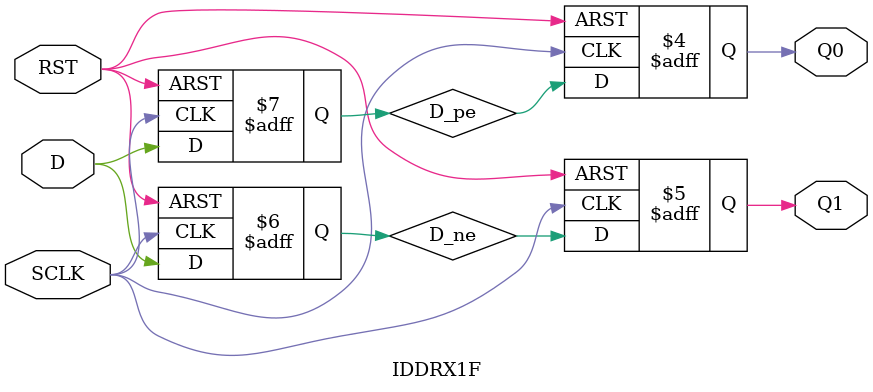
<source format=v>
`default_nettype none

module TRELLIS_IO #(
	parameter DIR = "BIDIR"
) (
	input I,
	input T,
	inout B,
	output O
);

assign B = T ? 'hZ : I;
assign O = T ? B : I;

endmodule


module OFS1P3DX (
	input D,
	input SP,
	input SCLK,
	input CD,
	output reg Q
);

	always @(posedge SCLK, posedge CD) begin
		if (CD) begin
			Q<=0;
		end else if (SP) begin
			Q<=D;
		end
	end

endmodule


module ODDRX1F (
	input  wire D0,
	input  wire D1,
	input  wire RST,
	input  wire SCLK,
	output wire Q
);

	reg Q0_r, Q0_rr, Q_pe;
	reg Q1_r, Q1_rr, Q_ne;

	// First layer of register
	always @(posedge SCLK, posedge RST)
	begin
		if (RST) begin
			Q0_r <= 1'b0;
			Q1_r <= 1'b0;
		end else begin
			Q0_r <= D0;
			Q1_r <= D1;
		end
	end

	// Second layer
	always @(posedge SCLK, posedge RST)
	begin
		if (RST) begin
			Q0_rr <= 1'b0;
			Q1_rr <= 1'b0;
		end else begin
			Q0_rr <= Q0_r;
			Q1_rr <= Q1_r;
		end
	end

	// Final layer
	always @(negedge SCLK, posedge RST)
		if (RST)
			Q_pe <= 1'b0;
		else
			Q_pe <= Q0_rr;

	always @(posedge SCLK, posedge RST)
		if (RST)
			Q_ne <= 1'b0;
		else
			Q_ne <= Q1_rr;

	// Output mux
	assign Q = SCLK ? Q_pe : Q_ne;

endmodule


module IFS1P3DX (
	input D,
	input SP,
	input SCLK,
	input CD,
	output reg Q
);

	always @(posedge SCLK, posedge CD) begin
		if (CD) begin
			Q<=0;
		end else if (SP) begin
			Q<=D;
		end
	end

endmodule


module IDDRX1F (
	input  wire D,
	output reg  Q0,
	output reg  Q1,
	input  wire SCLK,
	input  wire RST
);

	reg D_pe;
	reg D_ne;

	always @(posedge SCLK, posedge RST)
		if (RST)
			D_pe <= 1'b0;
		else
			D_pe <= D;

	always @(negedge SCLK, posedge RST)
		if (RST)
			D_ne <= 1'b0;
		else
			D_ne <= D;

	always @(posedge SCLK, posedge RST)
	begin
		if (RST) begin
			Q0 <= 1'b0;
			Q1 <= 1'b0;
		end else begin
			Q0 <= D_pe;
			Q1 <= D_ne;
		end
	end

endmodule

</source>
